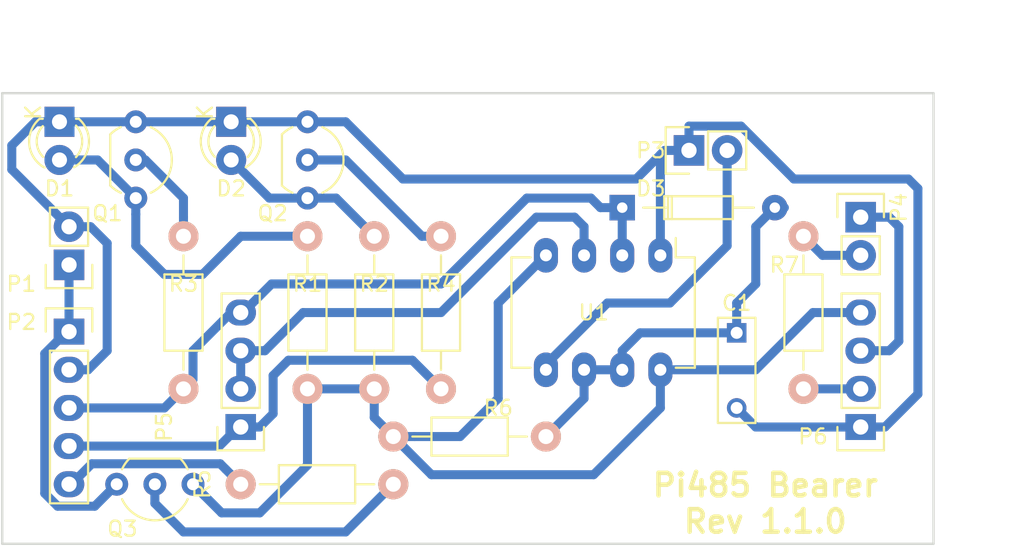
<source format=kicad_pcb>
(kicad_pcb (version 20160815) (host pcbnew "(2016-12-18 revision 3ffa37c)-master")

  (general
    (links 41)
    (no_connects 0)
    (area 37.38381 15.255 109.465001 51.1475)
    (thickness 1.6)
    (drawings 7)
    (tracks 141)
    (zones 0)
    (modules 21)
    (nets 18)
  )

  (page A4)
  (layers
    (0 F.Cu jumper)
    (31 B.Cu signal)
    (32 B.Adhes user)
    (33 F.Adhes user)
    (34 B.Paste user)
    (35 F.Paste user)
    (36 B.SilkS user)
    (37 F.SilkS user)
    (38 B.Mask user)
    (39 F.Mask user)
    (40 Dwgs.User user)
    (41 Cmts.User user)
    (42 Eco1.User user)
    (43 Eco2.User user)
    (44 Edge.Cuts user)
    (45 Margin user)
    (46 B.CrtYd user)
    (47 F.CrtYd user)
    (48 B.Fab user)
    (49 F.Fab user)
  )

  (setup
    (last_trace_width 0.6)
    (trace_clearance 0.3)
    (zone_clearance 0.508)
    (zone_45_only no)
    (trace_min 0.6)
    (segment_width 0.2)
    (edge_width 0.15)
    (via_size 0.8)
    (via_drill 0.4)
    (via_min_size 0.4)
    (via_min_drill 0.3)
    (uvia_size 0.3)
    (uvia_drill 0.1)
    (uvias_allowed no)
    (uvia_min_size 0.2)
    (uvia_min_drill 0.1)
    (pcb_text_width 0.3)
    (pcb_text_size 1.5 1.5)
    (mod_edge_width 0.15)
    (mod_text_size 1 1)
    (mod_text_width 0.15)
    (pad_size 1.524 1.524)
    (pad_drill 0.762)
    (pad_to_mask_clearance 0.2)
    (aux_axis_origin 37.465 20.955)
    (grid_origin 37.465 20.955)
    (visible_elements FFFFFF7F)
    (pcbplotparams
      (layerselection 0x210aa_7ffffffe)
      (usegerberextensions false)
      (excludeedgelayer true)
      (linewidth 0.100000)
      (plotframeref false)
      (viasonmask false)
      (mode 1)
      (useauxorigin false)
      (hpglpennumber 1)
      (hpglpenspeed 20)
      (hpglpendiameter 15)
      (psnegative false)
      (psa4output false)
      (plotreference true)
      (plotvalue true)
      (plotinvisibletext false)
      (padsonsilk false)
      (subtractmaskfromsilk false)
      (outputformat 4)
      (mirror true)
      (drillshape 1)
      (scaleselection 1)
      (outputdirectory ""))
  )

  (net 0 "")
  (net 1 "Net-(C1-Pad1)")
  (net 2 GND)
  (net 3 "Net-(D1-Pad2)")
  (net 4 "Net-(D2-Pad2)")
  (net 5 "/(TXDO)_GPIO14")
  (net 6 VCC)
  (net 7 "/(RXDO)_GPIO15")
  (net 8 "/(485PWR)_GPIO18")
  (net 9 "Net-(P3-Pad2)")
  (net 10 "Net-(P4-Pad2)")
  (net 11 /lctec485/B)
  (net 12 "Net-(Q1-Pad2)")
  (net 13 "Net-(Q2-Pad2)")
  (net 14 "Net-(Q3-Pad2)")
  (net 15 /lctec485/DE)
  (net 16 /lctec485/A)
  (net 17 /lctec485/VCIN)

  (net_class Default "This is the default net class."
    (clearance 0.3)
    (trace_width 0.6)
    (via_dia 0.8)
    (via_drill 0.4)
    (uvia_dia 0.3)
    (uvia_drill 0.1)
    (diff_pair_gap 0.25)
    (diff_pair_width 0.6)
    (add_net "/(485PWR)_GPIO18")
    (add_net "/(RXDO)_GPIO15")
    (add_net "/(TXDO)_GPIO14")
    (add_net /lctec485/A)
    (add_net /lctec485/B)
    (add_net /lctec485/DE)
    (add_net /lctec485/VCIN)
    (add_net GND)
    (add_net "Net-(C1-Pad1)")
    (add_net "Net-(D1-Pad2)")
    (add_net "Net-(D2-Pad2)")
    (add_net "Net-(P3-Pad2)")
    (add_net "Net-(P4-Pad2)")
    (add_net "Net-(Q1-Pad2)")
    (add_net "Net-(Q2-Pad2)")
    (add_net "Net-(Q3-Pad2)")
    (add_net VCC)
  )

  (module TO_SOT_Packages_THT:TO-92_Inline_Wide (layer F.Cu) (tedit 58878013) (tstamp 5881ECA2)
    (at 57.785 22.86 270)
    (descr "TO-92 leads in-line, wide, drill 0.8mm (see NXP sot054_po.pdf)")
    (tags "to-92 sc-43 sc-43a sot54 PA33 transistor")
    (path /5881B0F3)
    (fp_text reference Q2 (at 6.095 2.32 180) (layer F.SilkS)
      (effects (font (size 1 1) (thickness 0.15)))
    )
    (fp_text value 2N4401 (at 2.54 0 270) (layer F.Fab)
      (effects (font (size 1 1) (thickness 0.15)))
    )
    (fp_line (start 6.1 1.95) (end 6.1 -2.65) (layer F.CrtYd) (width 0.05))
    (fp_line (start -1 -2.65) (end 6.1 -2.65) (layer F.CrtYd) (width 0.05))
    (fp_arc (start 2.54 0) (end 2.54 -2.4) (angle 65.55604127) (layer F.SilkS) (width 0.15))
    (fp_arc (start 2.54 0) (end 2.54 -2.4) (angle -65.55604127) (layer F.SilkS) (width 0.15))
    (fp_line (start 0.84 1.7) (end 4.24 1.7) (layer F.SilkS) (width 0.15))
    (fp_line (start -1 1.95) (end 6.1 1.95) (layer F.CrtYd) (width 0.05))
    (fp_line (start -1 1.95) (end -1 -2.65) (layer F.CrtYd) (width 0.05))
    (fp_arc (start 2.54 0) (end 4.24 1.7) (angle -20.5) (layer F.SilkS) (width 0.15))
    (fp_arc (start 2.54 0) (end 0.84 1.7) (angle 20.5) (layer F.SilkS) (width 0.15))
    (pad 1 thru_hole circle (at 5.08 0) (size 1.524 1.524) (drill 0.8) (layers *.Cu *.Mask)
      (net 4 "Net-(D2-Pad2)"))
    (pad 3 thru_hole circle (at 0 0) (size 1.524 1.524) (drill 0.8) (layers *.Cu *.Mask)
      (net 2 GND))
    (pad 2 thru_hole circle (at 2.54 0) (size 1.524 1.524) (drill 0.8) (layers *.Cu *.Mask)
      (net 13 "Net-(Q2-Pad2)"))
    (model TO_SOT_Packages_THT.3dshapes/TO-92_Inline_Wide.wrl
      (at (xyz 0.1 0 0))
      (scale (xyz 1 1 1))
      (rotate (xyz 0 0 -90))
    )
  )

  (module TO_SOT_Packages_THT:TO-92_Inline_Wide (layer F.Cu) (tedit 58877FFE) (tstamp 5881EC92)
    (at 46.355 22.86 270)
    (descr "TO-92 leads in-line, wide, drill 0.8mm (see NXP sot054_po.pdf)")
    (tags "to-92 sc-43 sc-43a sot54 PA33 transistor")
    (path /5881B0F2)
    (fp_text reference Q1 (at 6.095 1.89 180) (layer F.SilkS)
      (effects (font (size 1 1) (thickness 0.15)))
    )
    (fp_text value 2N4401 (at 2.54 0 270) (layer F.Fab)
      (effects (font (size 1 1) (thickness 0.15)))
    )
    (fp_arc (start 2.54 0) (end 0.84 1.7) (angle 20.5) (layer F.SilkS) (width 0.15))
    (fp_arc (start 2.54 0) (end 4.24 1.7) (angle -20.5) (layer F.SilkS) (width 0.15))
    (fp_line (start -1 1.95) (end -1 -2.65) (layer F.CrtYd) (width 0.05))
    (fp_line (start -1 1.95) (end 6.1 1.95) (layer F.CrtYd) (width 0.05))
    (fp_line (start 0.84 1.7) (end 4.24 1.7) (layer F.SilkS) (width 0.15))
    (fp_arc (start 2.54 0) (end 2.54 -2.4) (angle -65.55604127) (layer F.SilkS) (width 0.15))
    (fp_arc (start 2.54 0) (end 2.54 -2.4) (angle 65.55604127) (layer F.SilkS) (width 0.15))
    (fp_line (start -1 -2.65) (end 6.1 -2.65) (layer F.CrtYd) (width 0.05))
    (fp_line (start 6.1 1.95) (end 6.1 -2.65) (layer F.CrtYd) (width 0.05))
    (pad 2 thru_hole circle (at 2.54 0) (size 1.524 1.524) (drill 0.8) (layers *.Cu *.Mask)
      (net 12 "Net-(Q1-Pad2)"))
    (pad 3 thru_hole circle (at 0 0) (size 1.524 1.524) (drill 0.8) (layers *.Cu *.Mask)
      (net 2 GND))
    (pad 1 thru_hole circle (at 5.08 0) (size 1.524 1.524) (drill 0.8) (layers *.Cu *.Mask)
      (net 3 "Net-(D1-Pad2)"))
    (model TO_SOT_Packages_THT.3dshapes/TO-92_Inline_Wide.wrl
      (at (xyz 0.1 0 0))
      (scale (xyz 1 1 1))
      (rotate (xyz 0 0 -90))
    )
  )

  (module TO_SOT_Packages_THT:TO-92_Inline_Wide (layer F.Cu) (tedit 58877EAB) (tstamp 5881ECB2)
    (at 50.165 46.99 180)
    (descr "TO-92 leads in-line, wide, drill 0.8mm (see NXP sot054_po.pdf)")
    (tags "to-92 sc-43 sc-43a sot54 PA33 transistor")
    (path /5881B0FF)
    (fp_text reference Q3 (at 4.7 -2.965) (layer F.SilkS)
      (effects (font (size 1 1) (thickness 0.15)))
    )
    (fp_text value 2N4401 (at 0 3 180) (layer F.Fab)
      (effects (font (size 1 1) (thickness 0.15)))
    )
    (fp_arc (start 2.54 0) (end 0.84 1.7) (angle 20.5) (layer F.SilkS) (width 0.15))
    (fp_arc (start 2.54 0) (end 4.24 1.7) (angle -20.5) (layer F.SilkS) (width 0.15))
    (fp_line (start -1 1.95) (end -1 -2.65) (layer F.CrtYd) (width 0.05))
    (fp_line (start -1 1.95) (end 6.1 1.95) (layer F.CrtYd) (width 0.05))
    (fp_line (start 0.84 1.7) (end 4.24 1.7) (layer F.SilkS) (width 0.15))
    (fp_arc (start 2.54 0) (end 2.54 -2.4) (angle -65.55604127) (layer F.SilkS) (width 0.15))
    (fp_arc (start 2.54 0) (end 2.54 -2.4) (angle 65.55604127) (layer F.SilkS) (width 0.15))
    (fp_line (start -1 -2.65) (end 6.1 -2.65) (layer F.CrtYd) (width 0.05))
    (fp_line (start 6.1 1.95) (end 6.1 -2.65) (layer F.CrtYd) (width 0.05))
    (pad 2 thru_hole circle (at 2.54 0 270) (size 1.524 1.524) (drill 0.8) (layers *.Cu *.Mask)
      (net 14 "Net-(Q3-Pad2)"))
    (pad 3 thru_hole circle (at 0 0 270) (size 1.524 1.524) (drill 0.8) (layers *.Cu *.Mask)
      (net 17 /lctec485/VCIN))
    (pad 1 thru_hole circle (at 5.08 0 270) (size 1.524 1.524) (drill 0.8) (layers *.Cu *.Mask)
      (net 6 VCC))
    (model TO_SOT_Packages_THT.3dshapes/TO-92_Inline_Wide.wrl
      (at (xyz 0.1 0 0))
      (scale (xyz 1 1 1))
      (rotate (xyz 0 0 -90))
    )
  )

  (module Pin_Headers:Pin_Header_Straight_1x02 (layer F.Cu) (tedit 54EA090C) (tstamp 5888ACC6)
    (at 41.91 32.385 180)
    (descr "Through hole pin header")
    (tags "pin header")
    (path /5881B0F1)
    (fp_text reference P1 (at 3.175 -1.27 180) (layer F.SilkS)
      (effects (font (size 1 1) (thickness 0.15)))
    )
    (fp_text value PWR (at 3.175 1.27 270) (layer F.Fab)
      (effects (font (size 1 1) (thickness 0.15)))
    )
    (fp_line (start 1.27 1.27) (end 1.27 3.81) (layer F.SilkS) (width 0.15))
    (fp_line (start 1.55 -1.55) (end 1.55 0) (layer F.SilkS) (width 0.15))
    (fp_line (start -1.75 -1.75) (end -1.75 4.3) (layer F.CrtYd) (width 0.05))
    (fp_line (start 1.75 -1.75) (end 1.75 4.3) (layer F.CrtYd) (width 0.05))
    (fp_line (start -1.75 -1.75) (end 1.75 -1.75) (layer F.CrtYd) (width 0.05))
    (fp_line (start -1.75 4.3) (end 1.75 4.3) (layer F.CrtYd) (width 0.05))
    (fp_line (start 1.27 1.27) (end -1.27 1.27) (layer F.SilkS) (width 0.15))
    (fp_line (start -1.55 0) (end -1.55 -1.55) (layer F.SilkS) (width 0.15))
    (fp_line (start -1.55 -1.55) (end 1.55 -1.55) (layer F.SilkS) (width 0.15))
    (fp_line (start -1.27 1.27) (end -1.27 3.81) (layer F.SilkS) (width 0.15))
    (fp_line (start -1.27 3.81) (end 1.27 3.81) (layer F.SilkS) (width 0.15))
    (pad 1 thru_hole rect (at 0 0 180) (size 2.032 2.032) (drill 1.016) (layers *.Cu *.Mask)
      (net 6 VCC))
    (pad 2 thru_hole oval (at 0 2.54 180) (size 2.032 2.032) (drill 1.016) (layers *.Cu *.Mask)
      (net 2 GND))
    (model Pin_Headers.3dshapes/Pin_Header_Straight_1x02.wrl
      (at (xyz 0 -0.05 0))
      (scale (xyz 1 1 1))
      (rotate (xyz 0 0 90))
    )
  )

  (module Pin_Headers:Pin_Header_Straight_1x05 (layer F.Cu) (tedit 54EA0684) (tstamp 5888AC8D)
    (at 41.91 36.83)
    (descr "Through hole pin header")
    (tags "pin header")
    (path /5881B0F0)
    (fp_text reference P2 (at -3.175 -0.635) (layer F.SilkS)
      (effects (font (size 1 1) (thickness 0.15)))
    )
    (fp_text value "Rasperry Pi" (at -3.175 6.35 90) (layer F.Fab)
      (effects (font (size 1 1) (thickness 0.15)))
    )
    (fp_line (start -1.55 0) (end -1.55 -1.55) (layer F.SilkS) (width 0.15))
    (fp_line (start -1.55 -1.55) (end 1.55 -1.55) (layer F.SilkS) (width 0.15))
    (fp_line (start 1.55 -1.55) (end 1.55 0) (layer F.SilkS) (width 0.15))
    (fp_line (start -1.75 -1.75) (end -1.75 11.95) (layer F.CrtYd) (width 0.05))
    (fp_line (start 1.75 -1.75) (end 1.75 11.95) (layer F.CrtYd) (width 0.05))
    (fp_line (start -1.75 -1.75) (end 1.75 -1.75) (layer F.CrtYd) (width 0.05))
    (fp_line (start -1.75 11.95) (end 1.75 11.95) (layer F.CrtYd) (width 0.05))
    (fp_line (start 1.27 1.27) (end 1.27 11.43) (layer F.SilkS) (width 0.15))
    (fp_line (start 1.27 11.43) (end -1.27 11.43) (layer F.SilkS) (width 0.15))
    (fp_line (start -1.27 11.43) (end -1.27 1.27) (layer F.SilkS) (width 0.15))
    (fp_line (start 1.27 1.27) (end -1.27 1.27) (layer F.SilkS) (width 0.15))
    (pad 1 thru_hole rect (at 0 0) (size 2.032 1.7272) (drill 1.016) (layers *.Cu *.Mask)
      (net 6 VCC))
    (pad 2 thru_hole oval (at 0 2.54) (size 2.032 1.7272) (drill 1.016) (layers *.Cu *.Mask)
      (net 2 GND))
    (pad 3 thru_hole oval (at 0 5.08) (size 2.032 1.7272) (drill 1.016) (layers *.Cu *.Mask)
      (net 5 "/(TXDO)_GPIO14"))
    (pad 4 thru_hole oval (at 0 7.62) (size 2.032 1.7272) (drill 1.016) (layers *.Cu *.Mask)
      (net 7 "/(RXDO)_GPIO15"))
    (pad 5 thru_hole oval (at 0 10.16) (size 2.032 1.7272) (drill 1.016) (layers *.Cu *.Mask)
      (net 8 "/(485PWR)_GPIO18"))
    (model Pin_Headers.3dshapes/Pin_Header_Straight_1x05.wrl
      (at (xyz 0 -0.2 0))
      (scale (xyz 1 1 1))
      (rotate (xyz 0 0 90))
    )
  )

  (module Resistors_THT:Resistor_Horizontal_RM10mm (layer F.Cu) (tedit 58824FCA) (tstamp 588230E5)
    (at 90.805 30.48 270)
    (descr "Resistor, Axial,  RM 10mm, 1/3W")
    (tags "Resistor Axial RM 10mm 1/3W")
    (path /5881F20C)
    (fp_text reference R7 (at 1.905 1.27) (layer F.SilkS)
      (effects (font (size 1 1) (thickness 0.15)))
    )
    (fp_text value R (at 5.08 0 270) (layer F.Fab)
      (effects (font (size 1 1) (thickness 0.15)))
    )
    (fp_line (start -1.25 -1.5) (end 11.4 -1.5) (layer F.CrtYd) (width 0.05))
    (fp_line (start -1.25 1.5) (end -1.25 -1.5) (layer F.CrtYd) (width 0.05))
    (fp_line (start 11.4 -1.5) (end 11.4 1.5) (layer F.CrtYd) (width 0.05))
    (fp_line (start -1.25 1.5) (end 11.4 1.5) (layer F.CrtYd) (width 0.05))
    (fp_line (start 2.54 -1.27) (end 7.62 -1.27) (layer F.SilkS) (width 0.15))
    (fp_line (start 7.62 -1.27) (end 7.62 1.27) (layer F.SilkS) (width 0.15))
    (fp_line (start 7.62 1.27) (end 2.54 1.27) (layer F.SilkS) (width 0.15))
    (fp_line (start 2.54 1.27) (end 2.54 -1.27) (layer F.SilkS) (width 0.15))
    (fp_line (start 2.54 0) (end 1.27 0) (layer F.SilkS) (width 0.15))
    (fp_line (start 7.62 0) (end 8.89 0) (layer F.SilkS) (width 0.15))
    (pad 1 thru_hole circle (at 0 0 270) (size 1.99898 1.99898) (drill 1.00076) (layers *.Cu *.SilkS *.Mask)
      (net 10 "Net-(P4-Pad2)"))
    (pad 2 thru_hole circle (at 10.16 0 270) (size 1.99898 1.99898) (drill 1.00076) (layers *.Cu *.SilkS *.Mask)
      (net 16 /lctec485/A))
    (model Resistors_ThroughHole.3dshapes/Resistor_Horizontal_RM10mm.wrl
      (at (xyz 0.2 0 0))
      (scale (xyz 0.4 0.4 0.4))
      (rotate (xyz 0 0 0))
    )
  )

  (module Socket_Strips:Socket_Strip_Straight_1x04 locked (layer F.Cu) (tedit 58824FEF) (tstamp 58822F99)
    (at 94.615 43.18 90)
    (descr "Through hole socket strip")
    (tags "socket strip")
    (path /58816C1D/5881786B)
    (fp_text reference P6 (at -0.635 -3.175) (layer F.SilkS)
      (effects (font (size 1 1) (thickness 0.15)))
    )
    (fp_text value CONN_01X04 (at 3.81 2.54 90) (layer F.Fab) hide
      (effects (font (size 1 1) (thickness 0.15)))
    )
    (fp_line (start -1.55 -1.55) (end -1.55 1.55) (layer F.SilkS) (width 0.15))
    (fp_line (start 0 -1.55) (end -1.55 -1.55) (layer F.SilkS) (width 0.15))
    (fp_line (start 1.27 1.27) (end 1.27 -1.27) (layer F.SilkS) (width 0.15))
    (fp_line (start 8.89 -1.27) (end 8.89 1.27) (layer F.SilkS) (width 0.15))
    (fp_line (start -1.55 1.55) (end 0 1.55) (layer F.SilkS) (width 0.15))
    (fp_line (start 1.27 1.27) (end 8.89 1.27) (layer F.SilkS) (width 0.15))
    (fp_line (start 1.27 -1.27) (end 8.89 -1.27) (layer F.SilkS) (width 0.15))
    (fp_line (start -1.75 1.75) (end 9.4 1.75) (layer F.CrtYd) (width 0.05))
    (fp_line (start -1.75 -1.75) (end 9.4 -1.75) (layer F.CrtYd) (width 0.05))
    (fp_line (start 9.4 -1.75) (end 9.4 1.75) (layer F.CrtYd) (width 0.05))
    (fp_line (start -1.75 -1.75) (end -1.75 1.75) (layer F.CrtYd) (width 0.05))
    (pad 4 thru_hole oval (at 7.62 0 90) (size 1.7272 2.032) (drill 1.016) (layers *.Cu *.Mask)
      (net 17 /lctec485/VCIN))
    (pad 3 thru_hole oval (at 5.08 0 90) (size 1.7272 2.032) (drill 1.016) (layers *.Cu *.Mask)
      (net 11 /lctec485/B))
    (pad 2 thru_hole oval (at 2.54 0 90) (size 1.7272 2.032) (drill 1.016) (layers *.Cu *.Mask)
      (net 16 /lctec485/A))
    (pad 1 thru_hole rect (at 0 0 90) (size 1.7272 2.032) (drill 1.016) (layers *.Cu *.Mask)
      (net 2 GND))
    (model Socket_Strips.3dshapes/Socket_Strip_Straight_1x04.wrl
      (at (xyz 0.15 0 0))
      (scale (xyz 1 1 1))
      (rotate (xyz 0 0 180))
    )
  )

  (module Socket_Strips:Socket_Strip_Straight_1x04 locked (layer F.Cu) (tedit 58825060) (tstamp 58822F62)
    (at 53.34 43.18 90)
    (descr "Through hole socket strip")
    (tags "socket strip")
    (path /58816C1D/5881780E)
    (fp_text reference P5 (at 0 -5.1 90) (layer F.SilkS)
      (effects (font (size 1 1) (thickness 0.15)))
    )
    (fp_text value CONN_01X04 (at 0 -3.1 90) (layer F.Fab) hide
      (effects (font (size 1 1) (thickness 0.15)))
    )
    (fp_line (start -1.75 -1.75) (end -1.75 1.75) (layer F.CrtYd) (width 0.05))
    (fp_line (start 9.4 -1.75) (end 9.4 1.75) (layer F.CrtYd) (width 0.05))
    (fp_line (start -1.75 -1.75) (end 9.4 -1.75) (layer F.CrtYd) (width 0.05))
    (fp_line (start -1.75 1.75) (end 9.4 1.75) (layer F.CrtYd) (width 0.05))
    (fp_line (start 1.27 -1.27) (end 8.89 -1.27) (layer F.SilkS) (width 0.15))
    (fp_line (start 1.27 1.27) (end 8.89 1.27) (layer F.SilkS) (width 0.15))
    (fp_line (start -1.55 1.55) (end 0 1.55) (layer F.SilkS) (width 0.15))
    (fp_line (start 8.89 -1.27) (end 8.89 1.27) (layer F.SilkS) (width 0.15))
    (fp_line (start 1.27 1.27) (end 1.27 -1.27) (layer F.SilkS) (width 0.15))
    (fp_line (start 0 -1.55) (end -1.55 -1.55) (layer F.SilkS) (width 0.15))
    (fp_line (start -1.55 -1.55) (end -1.55 1.55) (layer F.SilkS) (width 0.15))
    (pad 1 thru_hole rect (at 0 0 90) (size 1.7272 2.032) (drill 1.016) (layers *.Cu *.Mask)
      (net 7 "/(RXDO)_GPIO15"))
    (pad 2 thru_hole oval (at 2.54 0 90) (size 1.7272 2.032) (drill 1.016) (layers *.Cu *.Mask)
      (net 15 /lctec485/DE))
    (pad 3 thru_hole oval (at 5.08 0 90) (size 1.7272 2.032) (drill 1.016) (layers *.Cu *.Mask)
      (net 15 /lctec485/DE))
    (pad 4 thru_hole oval (at 7.62 0 90) (size 1.7272 2.032) (drill 1.016) (layers *.Cu *.Mask)
      (net 5 "/(TXDO)_GPIO14"))
    (model Socket_Strips.3dshapes/Socket_Strip_Straight_1x04.wrl
      (at (xyz 0.15 0 0))
      (scale (xyz 1 1 1))
      (rotate (xyz 0 0 180))
    )
  )

  (module Capacitors_THT:C_Rect_L7_W2.5_P5 (layer F.Cu) (tedit 0) (tstamp 5881EBFB)
    (at 86.36 36.91 270)
    (descr "Film Capacitor Length 7mm x Width 2.5mm, Pitch 5mm")
    (tags Capacitor)
    (path /5881B0E4)
    (fp_text reference C1 (at -1.985 0) (layer F.SilkS)
      (effects (font (size 1 1) (thickness 0.15)))
    )
    (fp_text value 10nF (at 2.46 0 270) (layer F.Fab)
      (effects (font (size 1 1) (thickness 0.15)))
    )
    (fp_line (start -1.25 -1.5) (end 6.25 -1.5) (layer F.CrtYd) (width 0.05))
    (fp_line (start 6.25 -1.5) (end 6.25 1.5) (layer F.CrtYd) (width 0.05))
    (fp_line (start 6.25 1.5) (end -1.25 1.5) (layer F.CrtYd) (width 0.05))
    (fp_line (start -1.25 1.5) (end -1.25 -1.5) (layer F.CrtYd) (width 0.05))
    (fp_line (start -1 -1.25) (end 6 -1.25) (layer F.SilkS) (width 0.15))
    (fp_line (start 6 -1.25) (end 6 1.25) (layer F.SilkS) (width 0.15))
    (fp_line (start 6 1.25) (end -1 1.25) (layer F.SilkS) (width 0.15))
    (fp_line (start -1 1.25) (end -1 -1.25) (layer F.SilkS) (width 0.15))
    (pad 1 thru_hole rect (at 0 0 270) (size 1.3 1.3) (drill 0.8) (layers *.Cu *.Mask)
      (net 1 "Net-(C1-Pad1)"))
    (pad 2 thru_hole circle (at 5 0 270) (size 1.3 1.3) (drill 0.8) (layers *.Cu *.Mask)
      (net 2 GND))
  )

  (module LEDs:LED-3MM (layer F.Cu) (tedit 559B82F6) (tstamp 5881EC0C)
    (at 41.275 22.86 270)
    (descr "LED 3mm round vertical")
    (tags "LED  3mm round vertical")
    (path /5881B0F4)
    (fp_text reference D1 (at 4.445 0) (layer F.SilkS)
      (effects (font (size 1 1) (thickness 0.15)))
    )
    (fp_text value TX (at 1.27 2.54 90) (layer F.Fab)
      (effects (font (size 1 1) (thickness 0.15)))
    )
    (fp_line (start -1.2 2.3) (end 3.8 2.3) (layer F.CrtYd) (width 0.05))
    (fp_line (start 3.8 2.3) (end 3.8 -2.2) (layer F.CrtYd) (width 0.05))
    (fp_line (start 3.8 -2.2) (end -1.2 -2.2) (layer F.CrtYd) (width 0.05))
    (fp_line (start -1.2 -2.2) (end -1.2 2.3) (layer F.CrtYd) (width 0.05))
    (fp_line (start -0.199 1.314) (end -0.199 1.114) (layer F.SilkS) (width 0.15))
    (fp_line (start -0.199 -1.28) (end -0.199 -1.1) (layer F.SilkS) (width 0.15))
    (fp_arc (start 1.301 0.034) (end -0.199 -1.286) (angle 108.5) (layer F.SilkS) (width 0.15))
    (fp_arc (start 1.301 0.034) (end 0.25 -1.1) (angle 85.7) (layer F.SilkS) (width 0.15))
    (fp_arc (start 1.311 0.034) (end 3.051 0.994) (angle 110) (layer F.SilkS) (width 0.15))
    (fp_arc (start 1.301 0.034) (end 2.335 1.094) (angle 87.5) (layer F.SilkS) (width 0.15))
    (fp_text user K (at -0.635 1.74 270) (layer F.SilkS)
      (effects (font (size 1 1) (thickness 0.15)))
    )
    (pad 1 thru_hole rect (at 0 0) (size 2 2) (drill 1.00076) (layers *.Cu *.Mask)
      (net 2 GND))
    (pad 2 thru_hole circle (at 2.54 0 270) (size 2 2) (drill 1.00076) (layers *.Cu *.Mask)
      (net 3 "Net-(D1-Pad2)"))
    (model LEDs.3dshapes/LED-3MM.wrl
      (at (xyz 0.05 0 0))
      (scale (xyz 1 1 1))
      (rotate (xyz 0 0 90))
    )
  )

  (module LEDs:LED-3MM (layer F.Cu) (tedit 559B82F6) (tstamp 5881EC1D)
    (at 52.705 22.86 270)
    (descr "LED 3mm round vertical")
    (tags "LED  3mm round vertical")
    (path /5881B0F5)
    (fp_text reference D2 (at 4.445 0) (layer F.SilkS)
      (effects (font (size 1 1) (thickness 0.15)))
    )
    (fp_text value RX (at 1.27 3.175 90) (layer F.Fab)
      (effects (font (size 1 1) (thickness 0.15)))
    )
    (fp_text user K (at -0.635 1.74 270) (layer F.SilkS)
      (effects (font (size 1 1) (thickness 0.15)))
    )
    (fp_arc (start 1.301 0.034) (end 2.335 1.094) (angle 87.5) (layer F.SilkS) (width 0.15))
    (fp_arc (start 1.311 0.034) (end 3.051 0.994) (angle 110) (layer F.SilkS) (width 0.15))
    (fp_arc (start 1.301 0.034) (end 0.25 -1.1) (angle 85.7) (layer F.SilkS) (width 0.15))
    (fp_arc (start 1.301 0.034) (end -0.199 -1.286) (angle 108.5) (layer F.SilkS) (width 0.15))
    (fp_line (start -0.199 -1.28) (end -0.199 -1.1) (layer F.SilkS) (width 0.15))
    (fp_line (start -0.199 1.314) (end -0.199 1.114) (layer F.SilkS) (width 0.15))
    (fp_line (start -1.2 -2.2) (end -1.2 2.3) (layer F.CrtYd) (width 0.05))
    (fp_line (start 3.8 -2.2) (end -1.2 -2.2) (layer F.CrtYd) (width 0.05))
    (fp_line (start 3.8 2.3) (end 3.8 -2.2) (layer F.CrtYd) (width 0.05))
    (fp_line (start -1.2 2.3) (end 3.8 2.3) (layer F.CrtYd) (width 0.05))
    (pad 2 thru_hole circle (at 2.54 0 270) (size 2 2) (drill 1.00076) (layers *.Cu *.Mask)
      (net 4 "Net-(D2-Pad2)"))
    (pad 1 thru_hole rect (at 0 0) (size 2 2) (drill 1.00076) (layers *.Cu *.Mask)
      (net 2 GND))
    (model LEDs.3dshapes/LED-3MM.wrl
      (at (xyz 0.05 0 0))
      (scale (xyz 1 1 1))
      (rotate (xyz 0 0 90))
    )
  )

  (module Diodes_THT:Diode_DO-35_SOD27_Horizontal_RM10 (layer F.Cu) (tedit 552FFC30) (tstamp 5881EC2C)
    (at 78.73948 28.57754)
    (descr "Diode, DO-35,  SOD27, Horizontal, RM 10mm")
    (tags "Diode, DO-35, SOD27, Horizontal, RM 10mm, 1N4148,")
    (path /5881B0FC)
    (fp_text reference D3 (at 1.90552 -1.27254 -180) (layer F.SilkS)
      (effects (font (size 1 1) (thickness 0.15)))
    )
    (fp_text value BAT43 (at 5.08052 -0.00254) (layer F.Fab)
      (effects (font (size 1 1) (thickness 0.15)))
    )
    (fp_line (start 7.36652 -0.00254) (end 8.76352 -0.00254) (layer F.SilkS) (width 0.15))
    (fp_line (start 2.92152 -0.00254) (end 1.39752 -0.00254) (layer F.SilkS) (width 0.15))
    (fp_line (start 3.30252 -0.76454) (end 3.30252 0.75946) (layer F.SilkS) (width 0.15))
    (fp_line (start 3.04852 -0.76454) (end 3.04852 0.75946) (layer F.SilkS) (width 0.15))
    (fp_line (start 2.79452 -0.00254) (end 2.79452 0.75946) (layer F.SilkS) (width 0.15))
    (fp_line (start 2.79452 0.75946) (end 7.36652 0.75946) (layer F.SilkS) (width 0.15))
    (fp_line (start 7.36652 0.75946) (end 7.36652 -0.76454) (layer F.SilkS) (width 0.15))
    (fp_line (start 7.36652 -0.76454) (end 2.79452 -0.76454) (layer F.SilkS) (width 0.15))
    (fp_line (start 2.79452 -0.76454) (end 2.79452 -0.00254) (layer F.SilkS) (width 0.15))
    (pad 2 thru_hole circle (at 10.16052 -0.00254 180) (size 1.69926 1.69926) (drill 0.70104) (layers *.Cu *.Mask)
      (net 1 "Net-(C1-Pad1)"))
    (pad 1 thru_hole rect (at 0.00052 -0.00254 180) (size 1.69926 1.69926) (drill 0.70104) (layers *.Cu *.Mask)
      (net 5 "/(TXDO)_GPIO14"))
    (model Diodes_ThroughHole.3dshapes/Diode_DO-35_SOD27_Horizontal_RM10.wrl
      (at (xyz 0.2 0 0))
      (scale (xyz 0.4 0.4 0.4))
      (rotate (xyz 0 0 180))
    )
  )

  (module Pin_Headers:Pin_Header_Straight_1x02 (layer F.Cu) (tedit 54EA090C) (tstamp 5881EC71)
    (at 83.185 24.765 90)
    (descr "Through hole pin header")
    (tags "pin header")
    (path /5881B0FD)
    (fp_text reference P3 (at 0 -2.54 180) (layer F.SilkS)
      (effects (font (size 1 1) (thickness 0.15)))
    )
    (fp_text value "Latch Disable" (at 2.54 1.27 180) (layer F.Fab)
      (effects (font (size 1 1) (thickness 0.15)))
    )
    (fp_line (start 1.27 1.27) (end 1.27 3.81) (layer F.SilkS) (width 0.15))
    (fp_line (start 1.55 -1.55) (end 1.55 0) (layer F.SilkS) (width 0.15))
    (fp_line (start -1.75 -1.75) (end -1.75 4.3) (layer F.CrtYd) (width 0.05))
    (fp_line (start 1.75 -1.75) (end 1.75 4.3) (layer F.CrtYd) (width 0.05))
    (fp_line (start -1.75 -1.75) (end 1.75 -1.75) (layer F.CrtYd) (width 0.05))
    (fp_line (start -1.75 4.3) (end 1.75 4.3) (layer F.CrtYd) (width 0.05))
    (fp_line (start 1.27 1.27) (end -1.27 1.27) (layer F.SilkS) (width 0.15))
    (fp_line (start -1.55 0) (end -1.55 -1.55) (layer F.SilkS) (width 0.15))
    (fp_line (start -1.55 -1.55) (end 1.55 -1.55) (layer F.SilkS) (width 0.15))
    (fp_line (start -1.27 1.27) (end -1.27 3.81) (layer F.SilkS) (width 0.15))
    (fp_line (start -1.27 3.81) (end 1.27 3.81) (layer F.SilkS) (width 0.15))
    (pad 1 thru_hole rect (at 0 0 90) (size 2.032 2.032) (drill 1.016) (layers *.Cu *.Mask)
      (net 2 GND))
    (pad 2 thru_hole oval (at 0 2.54 90) (size 2.032 2.032) (drill 1.016) (layers *.Cu *.Mask)
      (net 9 "Net-(P3-Pad2)"))
    (model Pin_Headers.3dshapes/Pin_Header_Straight_1x02.wrl
      (at (xyz 0 -0.05 0))
      (scale (xyz 1 1 1))
      (rotate (xyz 0 0 90))
    )
  )

  (module Pin_Headers:Pin_Header_Straight_1x02 (layer F.Cu) (tedit 58824FA4) (tstamp 5881EC82)
    (at 94.615 29.21)
    (descr "Through hole pin header")
    (tags "pin header")
    (path /5881F5E0)
    (fp_text reference P4 (at 2.54 -0.635 -270) (layer F.SilkS)
      (effects (font (size 1 1) (thickness 0.15)))
    )
    (fp_text value TERM (at -0.15 -3.255 -180) (layer F.Fab)
      (effects (font (size 1 1) (thickness 0.15)))
    )
    (fp_line (start -1.27 3.81) (end 1.27 3.81) (layer F.SilkS) (width 0.15))
    (fp_line (start -1.27 1.27) (end -1.27 3.81) (layer F.SilkS) (width 0.15))
    (fp_line (start -1.55 -1.55) (end 1.55 -1.55) (layer F.SilkS) (width 0.15))
    (fp_line (start -1.55 0) (end -1.55 -1.55) (layer F.SilkS) (width 0.15))
    (fp_line (start 1.27 1.27) (end -1.27 1.27) (layer F.SilkS) (width 0.15))
    (fp_line (start -1.75 4.3) (end 1.75 4.3) (layer F.CrtYd) (width 0.05))
    (fp_line (start -1.75 -1.75) (end 1.75 -1.75) (layer F.CrtYd) (width 0.05))
    (fp_line (start 1.75 -1.75) (end 1.75 4.3) (layer F.CrtYd) (width 0.05))
    (fp_line (start -1.75 -1.75) (end -1.75 4.3) (layer F.CrtYd) (width 0.05))
    (fp_line (start 1.55 -1.55) (end 1.55 0) (layer F.SilkS) (width 0.15))
    (fp_line (start 1.27 1.27) (end 1.27 3.81) (layer F.SilkS) (width 0.15))
    (pad 2 thru_hole oval (at 0 2.54) (size 2.032 2.032) (drill 1.016) (layers *.Cu *.Mask)
      (net 10 "Net-(P4-Pad2)"))
    (pad 1 thru_hole rect (at 0 0) (size 2.032 2.032) (drill 1.016) (layers *.Cu *.Mask)
      (net 11 /lctec485/B))
    (model Pin_Headers.3dshapes/Pin_Header_Straight_1x02.wrl
      (at (xyz 0 -0.05 0))
      (scale (xyz 1 1 1))
      (rotate (xyz 0 0 90))
    )
  )

  (module Resistors_THT:Resistor_Horizontal_RM10mm (layer F.Cu) (tedit 56648415) (tstamp 5881ECC2)
    (at 57.785 30.48 270)
    (descr "Resistor, Axial,  RM 10mm, 1/3W")
    (tags "Resistor Axial RM 10mm 1/3W")
    (path /5881B0F7)
    (fp_text reference R1 (at 3.175 0) (layer F.SilkS)
      (effects (font (size 1 1) (thickness 0.15)))
    )
    (fp_text value 200 (at 5.715 0 270) (layer F.Fab)
      (effects (font (size 1 1) (thickness 0.15)))
    )
    (fp_line (start -1.25 -1.5) (end 11.4 -1.5) (layer F.CrtYd) (width 0.05))
    (fp_line (start -1.25 1.5) (end -1.25 -1.5) (layer F.CrtYd) (width 0.05))
    (fp_line (start 11.4 -1.5) (end 11.4 1.5) (layer F.CrtYd) (width 0.05))
    (fp_line (start -1.25 1.5) (end 11.4 1.5) (layer F.CrtYd) (width 0.05))
    (fp_line (start 2.54 -1.27) (end 7.62 -1.27) (layer F.SilkS) (width 0.15))
    (fp_line (start 7.62 -1.27) (end 7.62 1.27) (layer F.SilkS) (width 0.15))
    (fp_line (start 7.62 1.27) (end 2.54 1.27) (layer F.SilkS) (width 0.15))
    (fp_line (start 2.54 1.27) (end 2.54 -1.27) (layer F.SilkS) (width 0.15))
    (fp_line (start 2.54 0) (end 1.27 0) (layer F.SilkS) (width 0.15))
    (fp_line (start 7.62 0) (end 8.89 0) (layer F.SilkS) (width 0.15))
    (pad 1 thru_hole circle (at 0 0 270) (size 1.99898 1.99898) (drill 1.00076) (layers *.Cu *.SilkS *.Mask)
      (net 3 "Net-(D1-Pad2)"))
    (pad 2 thru_hole circle (at 10.16 0 270) (size 1.99898 1.99898) (drill 1.00076) (layers *.Cu *.SilkS *.Mask)
      (net 17 /lctec485/VCIN))
    (model Resistors_ThroughHole.3dshapes/Resistor_Horizontal_RM10mm.wrl
      (at (xyz 0.2 0 0))
      (scale (xyz 0.4 0.4 0.4))
      (rotate (xyz 0 0 0))
    )
  )

  (module Resistors_THT:Resistor_Horizontal_RM10mm (layer F.Cu) (tedit 56648415) (tstamp 5881ECD2)
    (at 62.23 30.48 270)
    (descr "Resistor, Axial,  RM 10mm, 1/3W")
    (tags "Resistor Axial RM 10mm 1/3W")
    (path /5881B0F6)
    (fp_text reference R2 (at 3.175 0) (layer F.SilkS)
      (effects (font (size 1 1) (thickness 0.15)))
    )
    (fp_text value 200 (at 5.715 0 270) (layer F.Fab)
      (effects (font (size 1 1) (thickness 0.15)))
    )
    (fp_line (start 7.62 0) (end 8.89 0) (layer F.SilkS) (width 0.15))
    (fp_line (start 2.54 0) (end 1.27 0) (layer F.SilkS) (width 0.15))
    (fp_line (start 2.54 1.27) (end 2.54 -1.27) (layer F.SilkS) (width 0.15))
    (fp_line (start 7.62 1.27) (end 2.54 1.27) (layer F.SilkS) (width 0.15))
    (fp_line (start 7.62 -1.27) (end 7.62 1.27) (layer F.SilkS) (width 0.15))
    (fp_line (start 2.54 -1.27) (end 7.62 -1.27) (layer F.SilkS) (width 0.15))
    (fp_line (start -1.25 1.5) (end 11.4 1.5) (layer F.CrtYd) (width 0.05))
    (fp_line (start 11.4 -1.5) (end 11.4 1.5) (layer F.CrtYd) (width 0.05))
    (fp_line (start -1.25 1.5) (end -1.25 -1.5) (layer F.CrtYd) (width 0.05))
    (fp_line (start -1.25 -1.5) (end 11.4 -1.5) (layer F.CrtYd) (width 0.05))
    (pad 2 thru_hole circle (at 10.16 0 270) (size 1.99898 1.99898) (drill 1.00076) (layers *.Cu *.SilkS *.Mask)
      (net 17 /lctec485/VCIN))
    (pad 1 thru_hole circle (at 0 0 270) (size 1.99898 1.99898) (drill 1.00076) (layers *.Cu *.SilkS *.Mask)
      (net 4 "Net-(D2-Pad2)"))
    (model Resistors_ThroughHole.3dshapes/Resistor_Horizontal_RM10mm.wrl
      (at (xyz 0.2 0 0))
      (scale (xyz 0.4 0.4 0.4))
      (rotate (xyz 0 0 0))
    )
  )

  (module Resistors_THT:Resistor_Horizontal_RM10mm (layer F.Cu) (tedit 56648415) (tstamp 5881ECE2)
    (at 49.53 30.48 270)
    (descr "Resistor, Axial,  RM 10mm, 1/3W")
    (tags "Resistor Axial RM 10mm 1/3W")
    (path /5881B0F8)
    (fp_text reference R3 (at 3.175 0) (layer F.SilkS)
      (effects (font (size 1 1) (thickness 0.15)))
    )
    (fp_text value 270 (at 5.715 0 270) (layer F.Fab)
      (effects (font (size 1 1) (thickness 0.15)))
    )
    (fp_line (start 7.62 0) (end 8.89 0) (layer F.SilkS) (width 0.15))
    (fp_line (start 2.54 0) (end 1.27 0) (layer F.SilkS) (width 0.15))
    (fp_line (start 2.54 1.27) (end 2.54 -1.27) (layer F.SilkS) (width 0.15))
    (fp_line (start 7.62 1.27) (end 2.54 1.27) (layer F.SilkS) (width 0.15))
    (fp_line (start 7.62 -1.27) (end 7.62 1.27) (layer F.SilkS) (width 0.15))
    (fp_line (start 2.54 -1.27) (end 7.62 -1.27) (layer F.SilkS) (width 0.15))
    (fp_line (start -1.25 1.5) (end 11.4 1.5) (layer F.CrtYd) (width 0.05))
    (fp_line (start 11.4 -1.5) (end 11.4 1.5) (layer F.CrtYd) (width 0.05))
    (fp_line (start -1.25 1.5) (end -1.25 -1.5) (layer F.CrtYd) (width 0.05))
    (fp_line (start -1.25 -1.5) (end 11.4 -1.5) (layer F.CrtYd) (width 0.05))
    (pad 2 thru_hole circle (at 10.16 0 270) (size 1.99898 1.99898) (drill 1.00076) (layers *.Cu *.SilkS *.Mask)
      (net 5 "/(TXDO)_GPIO14"))
    (pad 1 thru_hole circle (at 0 0 270) (size 1.99898 1.99898) (drill 1.00076) (layers *.Cu *.SilkS *.Mask)
      (net 12 "Net-(Q1-Pad2)"))
    (model Resistors_ThroughHole.3dshapes/Resistor_Horizontal_RM10mm.wrl
      (at (xyz 0.2 0 0))
      (scale (xyz 0.4 0.4 0.4))
      (rotate (xyz 0 0 0))
    )
  )

  (module Resistors_THT:Resistor_Horizontal_RM10mm (layer F.Cu) (tedit 56648415) (tstamp 5881ECF2)
    (at 66.675 30.48 270)
    (descr "Resistor, Axial,  RM 10mm, 1/3W")
    (tags "Resistor Axial RM 10mm 1/3W")
    (path /5881B0F9)
    (fp_text reference R4 (at 3.175 0) (layer F.SilkS)
      (effects (font (size 1 1) (thickness 0.15)))
    )
    (fp_text value 270 (at 5.715 0 270) (layer F.Fab)
      (effects (font (size 1 1) (thickness 0.15)))
    )
    (fp_line (start -1.25 -1.5) (end 11.4 -1.5) (layer F.CrtYd) (width 0.05))
    (fp_line (start -1.25 1.5) (end -1.25 -1.5) (layer F.CrtYd) (width 0.05))
    (fp_line (start 11.4 -1.5) (end 11.4 1.5) (layer F.CrtYd) (width 0.05))
    (fp_line (start -1.25 1.5) (end 11.4 1.5) (layer F.CrtYd) (width 0.05))
    (fp_line (start 2.54 -1.27) (end 7.62 -1.27) (layer F.SilkS) (width 0.15))
    (fp_line (start 7.62 -1.27) (end 7.62 1.27) (layer F.SilkS) (width 0.15))
    (fp_line (start 7.62 1.27) (end 2.54 1.27) (layer F.SilkS) (width 0.15))
    (fp_line (start 2.54 1.27) (end 2.54 -1.27) (layer F.SilkS) (width 0.15))
    (fp_line (start 2.54 0) (end 1.27 0) (layer F.SilkS) (width 0.15))
    (fp_line (start 7.62 0) (end 8.89 0) (layer F.SilkS) (width 0.15))
    (pad 1 thru_hole circle (at 0 0 270) (size 1.99898 1.99898) (drill 1.00076) (layers *.Cu *.SilkS *.Mask)
      (net 13 "Net-(Q2-Pad2)"))
    (pad 2 thru_hole circle (at 10.16 0 270) (size 1.99898 1.99898) (drill 1.00076) (layers *.Cu *.SilkS *.Mask)
      (net 7 "/(RXDO)_GPIO15"))
    (model Resistors_ThroughHole.3dshapes/Resistor_Horizontal_RM10mm.wrl
      (at (xyz 0.2 0 0))
      (scale (xyz 0.4 0.4 0.4))
      (rotate (xyz 0 0 0))
    )
  )

  (module Resistors_THT:Resistor_Horizontal_RM10mm (layer F.Cu) (tedit 56648415) (tstamp 5881ED02)
    (at 63.5 46.99 180)
    (descr "Resistor, Axial,  RM 10mm, 1/3W")
    (tags "Resistor Axial RM 10mm 1/3W")
    (path /5881B0FE)
    (fp_text reference R5 (at 12.7 0 -90) (layer F.SilkS)
      (effects (font (size 1 1) (thickness 0.15)))
    )
    (fp_text value 270 (at 5.08 0 180) (layer F.Fab)
      (effects (font (size 1 1) (thickness 0.15)))
    )
    (fp_line (start 7.62 0) (end 8.89 0) (layer F.SilkS) (width 0.15))
    (fp_line (start 2.54 0) (end 1.27 0) (layer F.SilkS) (width 0.15))
    (fp_line (start 2.54 1.27) (end 2.54 -1.27) (layer F.SilkS) (width 0.15))
    (fp_line (start 7.62 1.27) (end 2.54 1.27) (layer F.SilkS) (width 0.15))
    (fp_line (start 7.62 -1.27) (end 7.62 1.27) (layer F.SilkS) (width 0.15))
    (fp_line (start 2.54 -1.27) (end 7.62 -1.27) (layer F.SilkS) (width 0.15))
    (fp_line (start -1.25 1.5) (end 11.4 1.5) (layer F.CrtYd) (width 0.05))
    (fp_line (start 11.4 -1.5) (end 11.4 1.5) (layer F.CrtYd) (width 0.05))
    (fp_line (start -1.25 1.5) (end -1.25 -1.5) (layer F.CrtYd) (width 0.05))
    (fp_line (start -1.25 -1.5) (end 11.4 -1.5) (layer F.CrtYd) (width 0.05))
    (pad 2 thru_hole circle (at 10.16 0 180) (size 1.99898 1.99898) (drill 1.00076) (layers *.Cu *.SilkS *.Mask)
      (net 8 "/(485PWR)_GPIO18"))
    (pad 1 thru_hole circle (at 0 0 180) (size 1.99898 1.99898) (drill 1.00076) (layers *.Cu *.SilkS *.Mask)
      (net 14 "Net-(Q3-Pad2)"))
    (model Resistors_ThroughHole.3dshapes/Resistor_Horizontal_RM10mm.wrl
      (at (xyz 0.2 0 0))
      (scale (xyz 0.4 0.4 0.4))
      (rotate (xyz 0 0 0))
    )
  )

  (module Resistors_THT:Resistor_Horizontal_RM10mm (layer F.Cu) (tedit 56648415) (tstamp 5881ED12)
    (at 73.66 43.815 180)
    (descr "Resistor, Axial,  RM 10mm, 1/3W")
    (tags "Resistor Axial RM 10mm 1/3W")
    (path /5881B0E3)
    (fp_text reference R6 (at 3.175 1.905) (layer F.SilkS)
      (effects (font (size 1 1) (thickness 0.15)))
    )
    (fp_text value 3.9k (at 5.08 0 180) (layer F.Fab)
      (effects (font (size 1 1) (thickness 0.15)))
    )
    (fp_line (start -1.25 -1.5) (end 11.4 -1.5) (layer F.CrtYd) (width 0.05))
    (fp_line (start -1.25 1.5) (end -1.25 -1.5) (layer F.CrtYd) (width 0.05))
    (fp_line (start 11.4 -1.5) (end 11.4 1.5) (layer F.CrtYd) (width 0.05))
    (fp_line (start -1.25 1.5) (end 11.4 1.5) (layer F.CrtYd) (width 0.05))
    (fp_line (start 2.54 -1.27) (end 7.62 -1.27) (layer F.SilkS) (width 0.15))
    (fp_line (start 7.62 -1.27) (end 7.62 1.27) (layer F.SilkS) (width 0.15))
    (fp_line (start 7.62 1.27) (end 2.54 1.27) (layer F.SilkS) (width 0.15))
    (fp_line (start 2.54 1.27) (end 2.54 -1.27) (layer F.SilkS) (width 0.15))
    (fp_line (start 2.54 0) (end 1.27 0) (layer F.SilkS) (width 0.15))
    (fp_line (start 7.62 0) (end 8.89 0) (layer F.SilkS) (width 0.15))
    (pad 1 thru_hole circle (at 0 0 180) (size 1.99898 1.99898) (drill 1.00076) (layers *.Cu *.SilkS *.Mask)
      (net 1 "Net-(C1-Pad1)"))
    (pad 2 thru_hole circle (at 10.16 0 180) (size 1.99898 1.99898) (drill 1.00076) (layers *.Cu *.SilkS *.Mask)
      (net 17 /lctec485/VCIN))
    (model Resistors_ThroughHole.3dshapes/Resistor_Horizontal_RM10mm.wrl
      (at (xyz 0.2 0 0))
      (scale (xyz 0.4 0.4 0.4))
      (rotate (xyz 0 0 0))
    )
  )

  (module Housings_DIP:DIP-8_W7.62mm_LongPads (layer F.Cu) (tedit 54130A77) (tstamp 5881ED29)
    (at 81.28 31.75 270)
    (descr "8-lead dip package, row spacing 7.62 mm (300 mils), longer pads")
    (tags "dil dip 2.54 300")
    (path /5881B0E2)
    (fp_text reference U1 (at 3.81 4.445 180) (layer F.SilkS)
      (effects (font (size 1 1) (thickness 0.15)))
    )
    (fp_text value NE555 (at 4.445 -1.27 270) (layer F.Fab)
      (effects (font (size 1 1) (thickness 0.15)))
    )
    (fp_line (start -1.4 -2.45) (end -1.4 10.1) (layer F.CrtYd) (width 0.05))
    (fp_line (start 9 -2.45) (end 9 10.1) (layer F.CrtYd) (width 0.05))
    (fp_line (start -1.4 -2.45) (end 9 -2.45) (layer F.CrtYd) (width 0.05))
    (fp_line (start -1.4 10.1) (end 9 10.1) (layer F.CrtYd) (width 0.05))
    (fp_line (start 0.135 -2.295) (end 0.135 -1.025) (layer F.SilkS) (width 0.15))
    (fp_line (start 7.485 -2.295) (end 7.485 -1.025) (layer F.SilkS) (width 0.15))
    (fp_line (start 7.485 9.915) (end 7.485 8.645) (layer F.SilkS) (width 0.15))
    (fp_line (start 0.135 9.915) (end 0.135 8.645) (layer F.SilkS) (width 0.15))
    (fp_line (start 0.135 -2.295) (end 7.485 -2.295) (layer F.SilkS) (width 0.15))
    (fp_line (start 0.135 9.915) (end 7.485 9.915) (layer F.SilkS) (width 0.15))
    (fp_line (start 0.135 -1.025) (end -1.15 -1.025) (layer F.SilkS) (width 0.15))
    (pad 1 thru_hole oval (at 0 0 270) (size 2.3 1.6) (drill 0.8) (layers *.Cu *.Mask)
      (net 2 GND))
    (pad 2 thru_hole oval (at 0 2.54 270) (size 2.3 1.6) (drill 0.8) (layers *.Cu *.Mask)
      (net 5 "/(TXDO)_GPIO14"))
    (pad 3 thru_hole oval (at 0 5.08 270) (size 2.3 1.6) (drill 0.8) (layers *.Cu *.Mask)
      (net 15 /lctec485/DE))
    (pad 4 thru_hole oval (at 0 7.62 270) (size 2.3 1.6) (drill 0.8) (layers *.Cu *.Mask)
      (net 17 /lctec485/VCIN))
    (pad 5 thru_hole oval (at 7.62 7.62 270) (size 2.3 1.6) (drill 0.8) (layers *.Cu *.Mask)
      (net 9 "Net-(P3-Pad2)"))
    (pad 6 thru_hole oval (at 7.62 5.08 270) (size 2.3 1.6) (drill 0.8) (layers *.Cu *.Mask)
      (net 1 "Net-(C1-Pad1)"))
    (pad 7 thru_hole oval (at 7.62 2.54 270) (size 2.3 1.6) (drill 0.8) (layers *.Cu *.Mask)
      (net 1 "Net-(C1-Pad1)"))
    (pad 8 thru_hole oval (at 7.62 0 270) (size 2.3 1.6) (drill 0.8) (layers *.Cu *.Mask)
      (net 17 /lctec485/VCIN))
    (model Housings_DIP.3dshapes/DIP-8_W7.62mm_LongPads.wrl
      (at (xyz 0 0 0))
      (scale (xyz 1 1 1))
      (rotate (xyz 0 0 0))
    )
  )

  (dimension 30 (width 0.3) (layer F.Fab)
    (gr_text "30.000 mm" (at 102.815 35.955 270) (layer F.Fab) (tstamp 588A73ED)
      (effects (font (size 1.5 1.5) (thickness 0.3)))
    )
    (feature1 (pts (xy 99.465 50.955) (xy 104.165 50.955)))
    (feature2 (pts (xy 99.465 20.955) (xy 104.165 20.955)))
    (crossbar (pts (xy 101.465 20.955) (xy 101.465 50.955)))
    (arrow1a (pts (xy 101.465 50.955) (xy 100.878579 49.828496)))
    (arrow1b (pts (xy 101.465 50.955) (xy 102.051421 49.828496)))
    (arrow2a (pts (xy 101.465 20.955) (xy 100.878579 22.081504)))
    (arrow2b (pts (xy 101.465 20.955) (xy 102.051421 22.081504)))
  )
  (gr_line (start 37.465 50.955) (end 37.465 20.955) (layer Edge.Cuts) (width 0.15))
  (gr_line (start 99.465 50.955) (end 37.465 50.955) (layer Edge.Cuts) (width 0.15))
  (gr_line (start 99.465 20.955) (end 99.465 50.955) (layer Edge.Cuts) (width 0.15))
  (gr_line (start 99.465 20.955) (end 37.465 20.955) (layer Edge.Cuts) (width 0.15))
  (dimension 62 (width 0.3) (layer F.Fab)
    (gr_text "62.000 mm" (at 68.465 16.605) (layer F.Fab) (tstamp 588A73EE)
      (effects (font (size 1.5 1.5) (thickness 0.3)))
    )
    (feature1 (pts (xy 99.465 20.955) (xy 99.465 15.255)))
    (feature2 (pts (xy 37.465 20.955) (xy 37.465 15.255)))
    (crossbar (pts (xy 37.465 17.955) (xy 99.465 17.955)))
    (arrow1a (pts (xy 99.465 17.955) (xy 98.338496 18.541421)))
    (arrow1b (pts (xy 99.465 17.955) (xy 98.338496 17.368579)))
    (arrow2a (pts (xy 37.465 17.955) (xy 38.591504 18.541421)))
    (arrow2b (pts (xy 37.465 17.955) (xy 38.591504 17.368579)))
  )
  (gr_text "Pi485 Bearer\nRev 1.1.0" (at 88.265 48.26) (layer F.SilkS)
    (effects (font (size 1.5 1.5) (thickness 0.3)))
  )

  (segment (start 76.2 39.37) (end 76.2 41.275) (width 0.6) (layer B.Cu) (net 1))
  (segment (start 76.2 41.275) (end 73.66 43.815) (width 0.6) (layer B.Cu) (net 1))
  (segment (start 86.36 36.91) (end 86.36 34.925) (width 0.6) (layer B.Cu) (net 1))
  (segment (start 86.36 34.925) (end 87.63 33.655) (width 0.6) (layer B.Cu) (net 1))
  (segment (start 87.63 33.655) (end 87.63 29.845) (width 0.6) (layer B.Cu) (net 1))
  (segment (start 87.63 29.845) (end 88.9 28.575) (width 0.6) (layer B.Cu) (net 1))
  (segment (start 79.93 36.91) (end 86.36 36.91) (width 0.6) (layer B.Cu) (net 1))
  (segment (start 88.9 28.575) (end 89.535 28.575) (width 0.6) (layer B.Cu) (net 1))
  (segment (start 79.93 36.91) (end 78.74 38.1) (width 0.6) (layer B.Cu) (net 1))
  (segment (start 78.74 38.1) (end 78.74 39.37) (width 0.6) (layer B.Cu) (net 1))
  (segment (start 76.2 39.37) (end 78.74 39.37) (width 0.6) (layer B.Cu) (net 1))
  (segment (start 94.615 43.18) (end 96.231 43.18) (width 0.6) (layer B.Cu) (net 2))
  (segment (start 96.231 43.18) (end 98.425 40.986) (width 0.6) (layer B.Cu) (net 2))
  (segment (start 98.425 40.986) (end 98.425 27.305) (width 0.6) (layer B.Cu) (net 2))
  (segment (start 98.425 27.305) (end 97.79 26.67) (width 0.6) (layer B.Cu) (net 2))
  (segment (start 97.79 26.67) (end 90.17 26.67) (width 0.6) (layer B.Cu) (net 2))
  (segment (start 90.17 26.67) (end 86.648999 23.148999) (width 0.6) (layer B.Cu) (net 2))
  (segment (start 86.648999 23.148999) (end 83.185001 23.148999) (width 0.6) (layer B.Cu) (net 2))
  (segment (start 83.185001 23.148999) (end 83.185 24.765) (width 0.6) (layer B.Cu) (net 2))
  (segment (start 79.664 26.67) (end 64.137806 26.67) (width 0.6) (layer B.Cu) (net 2))
  (segment (start 81.569 24.765) (end 79.664 26.67) (width 0.6) (layer B.Cu) (net 2))
  (segment (start 81.28 31.75) (end 81.28 25.054) (width 0.6) (layer B.Cu) (net 2))
  (segment (start 81.28 25.054) (end 81.569 24.765) (width 0.6) (layer B.Cu) (net 2))
  (segment (start 81.569 24.765) (end 83.185 24.765) (width 0.6) (layer B.Cu) (net 2))
  (segment (start 41.91 29.845) (end 43.34684 29.845) (width 0.6) (layer B.Cu) (net 2))
  (segment (start 43.34684 29.845) (end 44.45 30.94816) (width 0.6) (layer B.Cu) (net 2))
  (segment (start 44.45 30.94816) (end 44.45 38.1) (width 0.6) (layer B.Cu) (net 2))
  (segment (start 44.45 38.1) (end 43.18 39.37) (width 0.6) (layer B.Cu) (net 2))
  (segment (start 43.18 39.37) (end 41.91 39.37) (width 0.6) (layer B.Cu) (net 2))
  (segment (start 38.1 24.435) (end 38.1 26.035) (width 0.6) (layer B.Cu) (net 2))
  (segment (start 38.1 26.035) (end 41.91 29.845) (width 0.6) (layer B.Cu) (net 2))
  (segment (start 57.785 22.86) (end 60.327806 22.86) (width 0.6) (layer B.Cu) (net 2))
  (segment (start 60.327806 22.86) (end 64.137806 26.67) (width 0.6) (layer B.Cu) (net 2))
  (segment (start 86.36 41.91) (end 87.63 43.18) (width 0.6) (layer B.Cu) (net 2))
  (segment (start 87.63 43.18) (end 94.615 43.18) (width 0.6) (layer B.Cu) (net 2))
  (segment (start 41.275 22.86) (end 39.675 22.86) (width 0.6) (layer B.Cu) (net 2))
  (segment (start 46.355 22.86) (end 41.275 22.86) (width 0.6) (layer B.Cu) (net 2))
  (segment (start 52.705 22.86) (end 46.355 22.86) (width 0.6) (layer B.Cu) (net 2))
  (segment (start 57.785 22.86) (end 52.705 22.86) (width 0.6) (layer B.Cu) (net 2))
  (segment (start 38.1 24.435) (end 39.675 22.86) (width 0.6) (layer B.Cu) (net 2))
  (segment (start 57.785 30.48) (end 53.34 30.48) (width 0.6) (layer B.Cu) (net 3))
  (segment (start 53.34 30.48) (end 50.8 33.02) (width 0.6) (layer B.Cu) (net 3))
  (segment (start 50.8 33.02) (end 48.26 33.02) (width 0.6) (layer B.Cu) (net 3))
  (segment (start 48.26 33.02) (end 46.355 31.115) (width 0.6) (layer B.Cu) (net 3))
  (segment (start 46.355 31.115) (end 46.355 29.01763) (width 0.6) (layer B.Cu) (net 3))
  (segment (start 46.355 29.01763) (end 46.355 27.94) (width 0.6) (layer B.Cu) (net 3))
  (segment (start 41.275 25.4) (end 43.815 25.4) (width 0.6) (layer B.Cu) (net 3))
  (segment (start 43.815 25.4) (end 46.355 27.94) (width 0.6) (layer B.Cu) (net 3))
  (segment (start 57.785 27.94) (end 59.69 27.94) (width 0.6) (layer B.Cu) (net 4))
  (segment (start 59.69 27.94) (end 62.23 30.48) (width 0.6) (layer B.Cu) (net 4))
  (segment (start 52.705 25.4) (end 55.245 27.94) (width 0.6) (layer B.Cu) (net 4))
  (segment (start 55.245 27.94) (end 57.785 27.94) (width 0.6) (layer B.Cu) (net 4))
  (segment (start 49.53 40.64) (end 50.165 40.005) (width 0.6) (layer B.Cu) (net 5))
  (segment (start 50.165 40.005) (end 50.165 38.1) (width 0.6) (layer B.Cu) (net 5))
  (segment (start 50.165 38.1) (end 52.705 35.56) (width 0.6) (layer B.Cu) (net 5))
  (segment (start 52.705 35.56) (end 53.34 35.56) (width 0.6) (layer B.Cu) (net 5))
  (segment (start 41.91 41.91) (end 48.26 41.91) (width 0.6) (layer B.Cu) (net 5))
  (segment (start 48.26 41.91) (end 49.53 40.64) (width 0.6) (layer B.Cu) (net 5))
  (segment (start 53.34 35.56) (end 53.4924 35.56) (width 0.6) (layer B.Cu) (net 5))
  (segment (start 53.4924 35.56) (end 55.3974 33.655) (width 0.6) (layer B.Cu) (net 5))
  (segment (start 55.3974 33.655) (end 66.675 33.655) (width 0.6) (layer B.Cu) (net 5))
  (segment (start 66.675 33.655) (end 72.39 27.94) (width 0.6) (layer B.Cu) (net 5))
  (segment (start 72.39 27.94) (end 76.65537 27.94) (width 0.6) (layer B.Cu) (net 5))
  (segment (start 76.65537 27.94) (end 77.29037 28.575) (width 0.6) (layer B.Cu) (net 5))
  (segment (start 77.29037 28.575) (end 78.74 28.575) (width 0.6) (layer B.Cu) (net 5))
  (segment (start 78.74 28.575) (end 78.74 31.75) (width 0.6) (layer B.Cu) (net 5))
  (segment (start 45.085 46.99) (end 43.62139 48.45361) (width 0.6) (layer B.Cu) (net 6))
  (segment (start 43.62139 48.45361) (end 41.151353 48.45361) (width 0.6) (layer B.Cu) (net 6))
  (segment (start 41.151353 48.45361) (end 40.29399 47.596247) (width 0.6) (layer B.Cu) (net 6))
  (segment (start 40.29399 47.596247) (end 40.29399 38.29361) (width 0.6) (layer B.Cu) (net 6))
  (segment (start 40.29399 38.29361) (end 41.7576 36.83) (width 0.6) (layer B.Cu) (net 6))
  (segment (start 41.7576 36.83) (end 41.91 36.83) (width 0.6) (layer B.Cu) (net 6))
  (segment (start 41.91 32.385) (end 41.91 36.83) (width 0.6) (layer B.Cu) (net 6))
  (segment (start 66.675 40.64) (end 64.77 38.735) (width 0.6) (layer B.Cu) (net 7))
  (segment (start 64.77 38.735) (end 56.515 38.735) (width 0.6) (layer B.Cu) (net 7))
  (segment (start 56.515 38.735) (end 55.499 39.751) (width 0.6) (layer B.Cu) (net 7))
  (segment (start 55.499 39.751) (end 55.499 42.291) (width 0.6) (layer B.Cu) (net 7))
  (segment (start 55.499 42.291) (end 54.61 43.18) (width 0.6) (layer B.Cu) (net 7))
  (segment (start 54.61 43.18) (end 53.34 43.18) (width 0.6) (layer B.Cu) (net 7))
  (segment (start 41.91 44.45) (end 51.9176 44.45) (width 0.6) (layer B.Cu) (net 7))
  (segment (start 51.9176 44.45) (end 53.1876 43.18) (width 0.6) (layer B.Cu) (net 7))
  (segment (start 53.1876 43.18) (end 53.34 43.18) (width 0.6) (layer B.Cu) (net 7))
  (segment (start 53.34 43.18) (end 53.4924 43.18) (width 0.6) (layer B.Cu) (net 7))
  (segment (start 53.34 43.18) (end 54.147752 43.18) (width 0.6) (layer B.Cu) (net 7))
  (segment (start 41.91 46.99) (end 42.0624 46.99) (width 0.6) (layer B.Cu) (net 8))
  (segment (start 42.0624 46.99) (end 43.424401 45.627999) (width 0.6) (layer B.Cu) (net 8))
  (segment (start 43.424401 45.627999) (end 51.977999 45.627999) (width 0.6) (layer B.Cu) (net 8))
  (segment (start 51.977999 45.627999) (end 52.340511 45.990511) (width 0.6) (layer B.Cu) (net 8))
  (segment (start 52.340511 45.990511) (end 53.34 46.99) (width 0.6) (layer B.Cu) (net 8))
  (segment (start 85.725 24.765) (end 85.725 31.115) (width 0.6) (layer B.Cu) (net 9))
  (segment (start 85.725 31.115) (end 81.915 34.925) (width 0.6) (layer B.Cu) (net 9))
  (segment (start 81.915 34.925) (end 77.755 34.925) (width 0.6) (layer B.Cu) (net 9))
  (segment (start 77.755 34.925) (end 73.66 39.02) (width 0.6) (layer B.Cu) (net 9))
  (segment (start 73.66 39.02) (end 73.66 39.37) (width 0.6) (layer B.Cu) (net 9))
  (segment (start 94.615 31.75) (end 92.075 31.75) (width 0.6) (layer B.Cu) (net 10))
  (segment (start 92.075 31.75) (end 90.805 30.48) (width 0.6) (layer B.Cu) (net 10))
  (segment (start 94.615 29.21) (end 96.52 29.21) (width 0.6) (layer B.Cu) (net 11))
  (segment (start 96.52 29.21) (end 97.155 29.845) (width 0.6) (layer B.Cu) (net 11))
  (segment (start 97.155 29.845) (end 97.155 37.465) (width 0.6) (layer B.Cu) (net 11))
  (segment (start 97.155 37.465) (end 96.52 38.1) (width 0.6) (layer B.Cu) (net 11))
  (segment (start 96.52 38.1) (end 94.615 38.1) (width 0.6) (layer B.Cu) (net 11))
  (segment (start 46.355 25.4) (end 46.99 25.4) (width 0.6) (layer B.Cu) (net 12))
  (segment (start 46.99 25.4) (end 49.53 27.94) (width 0.6) (layer B.Cu) (net 12))
  (segment (start 49.53 27.94) (end 49.53 29.21) (width 0.6) (layer B.Cu) (net 12))
  (segment (start 49.53 29.21) (end 49.53 30.48) (width 0.6) (layer B.Cu) (net 12))
  (segment (start 57.785 25.4) (end 60.325 25.4) (width 0.6) (layer B.Cu) (net 13))
  (segment (start 60.325 25.4) (end 65.405 30.48) (width 0.6) (layer B.Cu) (net 13))
  (segment (start 65.405 30.48) (end 66.675 30.48) (width 0.6) (layer B.Cu) (net 13))
  (segment (start 63.5 46.99) (end 60.325 50.165) (width 0.6) (layer B.Cu) (net 14))
  (segment (start 60.325 50.165) (end 49.53 50.165) (width 0.6) (layer B.Cu) (net 14))
  (segment (start 49.53 50.165) (end 47.625 48.26) (width 0.6) (layer B.Cu) (net 14))
  (segment (start 47.625 48.26) (end 47.625 46.99) (width 0.6) (layer B.Cu) (net 14))
  (segment (start 76.2 31.75) (end 76.2 29.845028) (width 0.6) (layer B.Cu) (net 15))
  (segment (start 76.2 29.845028) (end 75.564972 29.21) (width 0.6) (layer B.Cu) (net 15))
  (segment (start 75.564972 29.21) (end 73.025 29.21) (width 0.6) (layer B.Cu) (net 15))
  (segment (start 73.025 29.21) (end 66.675 35.56) (width 0.6) (layer B.Cu) (net 15))
  (segment (start 66.675 35.56) (end 57.496 35.56) (width 0.6) (layer B.Cu) (net 15))
  (segment (start 57.496 35.56) (end 54.956 38.1) (width 0.6) (layer B.Cu) (net 15))
  (segment (start 54.956 38.1) (end 53.34 38.1) (width 0.6) (layer B.Cu) (net 15))
  (segment (start 53.34 38.1) (end 53.34 40.64) (width 0.6) (layer B.Cu) (net 15))
  (segment (start 94.615 40.64) (end 90.805 40.64) (width 0.6) (layer B.Cu) (net 16))
  (segment (start 73.66 31.75) (end 70.485 34.925) (width 0.6) (layer B.Cu) (net 17))
  (segment (start 70.485 34.925) (end 70.485 41.275) (width 0.6) (layer B.Cu) (net 17))
  (segment (start 70.485 41.275) (end 67.945 43.815) (width 0.6) (layer B.Cu) (net 17))
  (segment (start 67.945 43.815) (end 64.913492 43.815) (width 0.6) (layer B.Cu) (net 17))
  (segment (start 64.913492 43.815) (end 63.5 43.815) (width 0.6) (layer B.Cu) (net 17))
  (segment (start 63.5 43.815) (end 66.04 46.355) (width 0.6) (layer B.Cu) (net 17))
  (segment (start 66.04 46.355) (end 76.835 46.355) (width 0.6) (layer B.Cu) (net 17))
  (segment (start 76.835 46.355) (end 81.28 41.91) (width 0.6) (layer B.Cu) (net 17))
  (segment (start 81.28 41.91) (end 81.28 39.37) (width 0.6) (layer B.Cu) (net 17))
  (segment (start 62.23 40.64) (end 62.23 42.545) (width 0.6) (layer B.Cu) (net 17))
  (segment (start 62.23 42.545) (end 63.5 43.815) (width 0.6) (layer B.Cu) (net 17))
  (segment (start 57.785 40.64) (end 57.785 45.72) (width 0.6) (layer B.Cu) (net 17))
  (segment (start 57.785 45.72) (end 54.61 48.895) (width 0.6) (layer B.Cu) (net 17))
  (segment (start 54.61 48.895) (end 52.07 48.895) (width 0.6) (layer B.Cu) (net 17))
  (segment (start 52.07 48.895) (end 50.926999 47.751999) (width 0.6) (layer B.Cu) (net 17))
  (segment (start 50.926999 47.751999) (end 50.165 46.99) (width 0.6) (layer B.Cu) (net 17))
  (segment (start 81.28 39.37) (end 87.63 39.37) (width 0.6) (layer B.Cu) (net 17))
  (segment (start 87.63 39.37) (end 91.44 35.56) (width 0.6) (layer B.Cu) (net 17))
  (segment (start 91.44 35.56) (end 94.615 35.56) (width 0.6) (layer B.Cu) (net 17))
  (segment (start 57.785 40.64) (end 62.23 40.64) (width 0.6) (layer B.Cu) (net 17))

)

</source>
